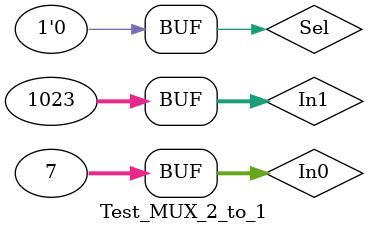
<source format=v>
`timescale 1ns / 1ps


module Test_MUX_2_to_1;

	// Inputs
	reg [31:0] In0;
	reg [31:0] In1;
	reg Sel;

	// Outputs
	wire [31:0] Mux_Out;

	// Instantiate the Unit Under Test (UUT)
	MUX_2_to_4 uut (
		.In0(In0), 
		.In1(In1), 
		.Sel(Sel), 
		.Mux_Out(Mux_Out)
	);

	initial begin
		// Initialize Inputs
		In0 = 32'b00111;
		In1 = 32'b001111111111;
		Sel = 1;
		#0.002;
		Sel = 0;
		
		

		// Wait 100 ns for global reset to finish
		
        
		// Add stimulus here

	end
      
endmodule


</source>
